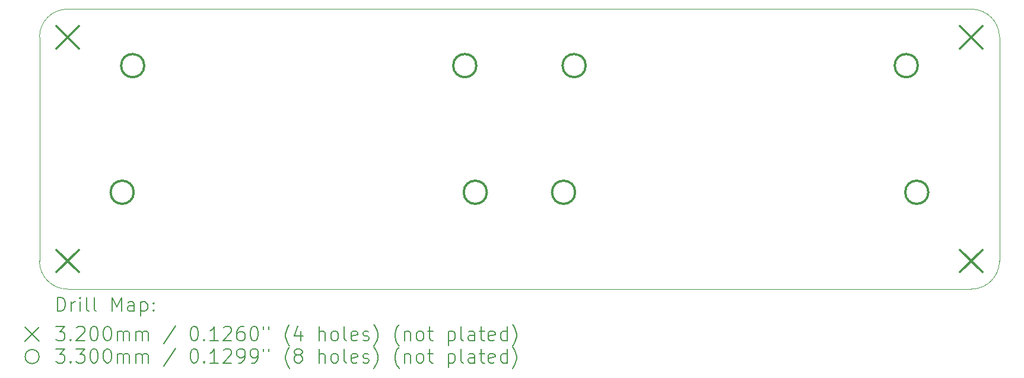
<source format=gbr>
%TF.GenerationSoftware,KiCad,Pcbnew,7.0.8*%
%TF.CreationDate,2024-02-01T01:18:02-07:00*%
%TF.ProjectId,loggerpanel,6c6f6767-6572-4706-916e-656c2e6b6963,v1*%
%TF.SameCoordinates,Original*%
%TF.FileFunction,Drillmap*%
%TF.FilePolarity,Positive*%
%FSLAX45Y45*%
G04 Gerber Fmt 4.5, Leading zero omitted, Abs format (unit mm)*
G04 Created by KiCad (PCBNEW 7.0.8) date 2024-02-01 01:18:02*
%MOMM*%
%LPD*%
G01*
G04 APERTURE LIST*
%ADD10C,0.100000*%
%ADD11C,0.200000*%
%ADD12C,0.320000*%
%ADD13C,0.330000*%
G04 APERTURE END LIST*
D10*
X21000000Y-12600000D02*
G75*
G03*
X21400000Y-12200000I0J400000D01*
G01*
X7700000Y-12200000D02*
G75*
G03*
X8100000Y-12600000I400000J0D01*
G01*
X21400000Y-9000000D02*
X21400000Y-12200000D01*
X21000000Y-12600000D02*
X8100000Y-12600000D01*
X21400000Y-9000000D02*
G75*
G03*
X21000000Y-8600000I-400000J0D01*
G01*
X8100000Y-8600000D02*
G75*
G03*
X7700000Y-9000000I0J-400000D01*
G01*
X7700000Y-12200000D02*
X7700000Y-9000000D01*
X8100000Y-8600000D02*
X21000000Y-8600000D01*
D11*
D12*
X7940000Y-8840000D02*
X8260000Y-9160000D01*
X8260000Y-8840000D02*
X7940000Y-9160000D01*
X7940000Y-12040000D02*
X8260000Y-12360000D01*
X8260000Y-12040000D02*
X7940000Y-12360000D01*
X20840000Y-8840000D02*
X21160000Y-9160000D01*
X21160000Y-8840000D02*
X20840000Y-9160000D01*
X20840000Y-12040000D02*
X21160000Y-12360000D01*
X21160000Y-12040000D02*
X20840000Y-12360000D01*
D13*
X9045000Y-11217000D02*
G75*
G03*
X9045000Y-11217000I-165000J0D01*
G01*
X9195000Y-9407000D02*
G75*
G03*
X9195000Y-9407000I-165000J0D01*
G01*
X13935000Y-9407000D02*
G75*
G03*
X13935000Y-9407000I-165000J0D01*
G01*
X14085000Y-11217000D02*
G75*
G03*
X14085000Y-11217000I-165000J0D01*
G01*
X15345000Y-11217000D02*
G75*
G03*
X15345000Y-11217000I-165000J0D01*
G01*
X15495000Y-9407000D02*
G75*
G03*
X15495000Y-9407000I-165000J0D01*
G01*
X20235000Y-9407000D02*
G75*
G03*
X20235000Y-9407000I-165000J0D01*
G01*
X20385000Y-11217000D02*
G75*
G03*
X20385000Y-11217000I-165000J0D01*
G01*
D11*
X7955777Y-12916484D02*
X7955777Y-12716484D01*
X7955777Y-12716484D02*
X8003396Y-12716484D01*
X8003396Y-12716484D02*
X8031967Y-12726008D01*
X8031967Y-12726008D02*
X8051015Y-12745055D01*
X8051015Y-12745055D02*
X8060539Y-12764103D01*
X8060539Y-12764103D02*
X8070062Y-12802198D01*
X8070062Y-12802198D02*
X8070062Y-12830769D01*
X8070062Y-12830769D02*
X8060539Y-12868865D01*
X8060539Y-12868865D02*
X8051015Y-12887912D01*
X8051015Y-12887912D02*
X8031967Y-12906960D01*
X8031967Y-12906960D02*
X8003396Y-12916484D01*
X8003396Y-12916484D02*
X7955777Y-12916484D01*
X8155777Y-12916484D02*
X8155777Y-12783150D01*
X8155777Y-12821246D02*
X8165301Y-12802198D01*
X8165301Y-12802198D02*
X8174824Y-12792674D01*
X8174824Y-12792674D02*
X8193872Y-12783150D01*
X8193872Y-12783150D02*
X8212920Y-12783150D01*
X8279586Y-12916484D02*
X8279586Y-12783150D01*
X8279586Y-12716484D02*
X8270062Y-12726008D01*
X8270062Y-12726008D02*
X8279586Y-12735531D01*
X8279586Y-12735531D02*
X8289110Y-12726008D01*
X8289110Y-12726008D02*
X8279586Y-12716484D01*
X8279586Y-12716484D02*
X8279586Y-12735531D01*
X8403396Y-12916484D02*
X8384348Y-12906960D01*
X8384348Y-12906960D02*
X8374824Y-12887912D01*
X8374824Y-12887912D02*
X8374824Y-12716484D01*
X8508158Y-12916484D02*
X8489110Y-12906960D01*
X8489110Y-12906960D02*
X8479586Y-12887912D01*
X8479586Y-12887912D02*
X8479586Y-12716484D01*
X8736729Y-12916484D02*
X8736729Y-12716484D01*
X8736729Y-12716484D02*
X8803396Y-12859341D01*
X8803396Y-12859341D02*
X8870063Y-12716484D01*
X8870063Y-12716484D02*
X8870063Y-12916484D01*
X9051015Y-12916484D02*
X9051015Y-12811722D01*
X9051015Y-12811722D02*
X9041491Y-12792674D01*
X9041491Y-12792674D02*
X9022444Y-12783150D01*
X9022444Y-12783150D02*
X8984348Y-12783150D01*
X8984348Y-12783150D02*
X8965301Y-12792674D01*
X9051015Y-12906960D02*
X9031967Y-12916484D01*
X9031967Y-12916484D02*
X8984348Y-12916484D01*
X8984348Y-12916484D02*
X8965301Y-12906960D01*
X8965301Y-12906960D02*
X8955777Y-12887912D01*
X8955777Y-12887912D02*
X8955777Y-12868865D01*
X8955777Y-12868865D02*
X8965301Y-12849817D01*
X8965301Y-12849817D02*
X8984348Y-12840293D01*
X8984348Y-12840293D02*
X9031967Y-12840293D01*
X9031967Y-12840293D02*
X9051015Y-12830769D01*
X9146253Y-12783150D02*
X9146253Y-12983150D01*
X9146253Y-12792674D02*
X9165301Y-12783150D01*
X9165301Y-12783150D02*
X9203396Y-12783150D01*
X9203396Y-12783150D02*
X9222444Y-12792674D01*
X9222444Y-12792674D02*
X9231967Y-12802198D01*
X9231967Y-12802198D02*
X9241491Y-12821246D01*
X9241491Y-12821246D02*
X9241491Y-12878388D01*
X9241491Y-12878388D02*
X9231967Y-12897436D01*
X9231967Y-12897436D02*
X9222444Y-12906960D01*
X9222444Y-12906960D02*
X9203396Y-12916484D01*
X9203396Y-12916484D02*
X9165301Y-12916484D01*
X9165301Y-12916484D02*
X9146253Y-12906960D01*
X9327205Y-12897436D02*
X9336729Y-12906960D01*
X9336729Y-12906960D02*
X9327205Y-12916484D01*
X9327205Y-12916484D02*
X9317682Y-12906960D01*
X9317682Y-12906960D02*
X9327205Y-12897436D01*
X9327205Y-12897436D02*
X9327205Y-12916484D01*
X9327205Y-12792674D02*
X9336729Y-12802198D01*
X9336729Y-12802198D02*
X9327205Y-12811722D01*
X9327205Y-12811722D02*
X9317682Y-12802198D01*
X9317682Y-12802198D02*
X9327205Y-12792674D01*
X9327205Y-12792674D02*
X9327205Y-12811722D01*
X7495000Y-13145000D02*
X7695000Y-13345000D01*
X7695000Y-13145000D02*
X7495000Y-13345000D01*
X7936729Y-13136484D02*
X8060539Y-13136484D01*
X8060539Y-13136484D02*
X7993872Y-13212674D01*
X7993872Y-13212674D02*
X8022443Y-13212674D01*
X8022443Y-13212674D02*
X8041491Y-13222198D01*
X8041491Y-13222198D02*
X8051015Y-13231722D01*
X8051015Y-13231722D02*
X8060539Y-13250769D01*
X8060539Y-13250769D02*
X8060539Y-13298388D01*
X8060539Y-13298388D02*
X8051015Y-13317436D01*
X8051015Y-13317436D02*
X8041491Y-13326960D01*
X8041491Y-13326960D02*
X8022443Y-13336484D01*
X8022443Y-13336484D02*
X7965301Y-13336484D01*
X7965301Y-13336484D02*
X7946253Y-13326960D01*
X7946253Y-13326960D02*
X7936729Y-13317436D01*
X8146253Y-13317436D02*
X8155777Y-13326960D01*
X8155777Y-13326960D02*
X8146253Y-13336484D01*
X8146253Y-13336484D02*
X8136729Y-13326960D01*
X8136729Y-13326960D02*
X8146253Y-13317436D01*
X8146253Y-13317436D02*
X8146253Y-13336484D01*
X8231967Y-13155531D02*
X8241491Y-13146008D01*
X8241491Y-13146008D02*
X8260539Y-13136484D01*
X8260539Y-13136484D02*
X8308158Y-13136484D01*
X8308158Y-13136484D02*
X8327205Y-13146008D01*
X8327205Y-13146008D02*
X8336729Y-13155531D01*
X8336729Y-13155531D02*
X8346253Y-13174579D01*
X8346253Y-13174579D02*
X8346253Y-13193627D01*
X8346253Y-13193627D02*
X8336729Y-13222198D01*
X8336729Y-13222198D02*
X8222443Y-13336484D01*
X8222443Y-13336484D02*
X8346253Y-13336484D01*
X8470063Y-13136484D02*
X8489110Y-13136484D01*
X8489110Y-13136484D02*
X8508158Y-13146008D01*
X8508158Y-13146008D02*
X8517682Y-13155531D01*
X8517682Y-13155531D02*
X8527205Y-13174579D01*
X8527205Y-13174579D02*
X8536729Y-13212674D01*
X8536729Y-13212674D02*
X8536729Y-13260293D01*
X8536729Y-13260293D02*
X8527205Y-13298388D01*
X8527205Y-13298388D02*
X8517682Y-13317436D01*
X8517682Y-13317436D02*
X8508158Y-13326960D01*
X8508158Y-13326960D02*
X8489110Y-13336484D01*
X8489110Y-13336484D02*
X8470063Y-13336484D01*
X8470063Y-13336484D02*
X8451015Y-13326960D01*
X8451015Y-13326960D02*
X8441491Y-13317436D01*
X8441491Y-13317436D02*
X8431967Y-13298388D01*
X8431967Y-13298388D02*
X8422444Y-13260293D01*
X8422444Y-13260293D02*
X8422444Y-13212674D01*
X8422444Y-13212674D02*
X8431967Y-13174579D01*
X8431967Y-13174579D02*
X8441491Y-13155531D01*
X8441491Y-13155531D02*
X8451015Y-13146008D01*
X8451015Y-13146008D02*
X8470063Y-13136484D01*
X8660539Y-13136484D02*
X8679586Y-13136484D01*
X8679586Y-13136484D02*
X8698634Y-13146008D01*
X8698634Y-13146008D02*
X8708158Y-13155531D01*
X8708158Y-13155531D02*
X8717682Y-13174579D01*
X8717682Y-13174579D02*
X8727205Y-13212674D01*
X8727205Y-13212674D02*
X8727205Y-13260293D01*
X8727205Y-13260293D02*
X8717682Y-13298388D01*
X8717682Y-13298388D02*
X8708158Y-13317436D01*
X8708158Y-13317436D02*
X8698634Y-13326960D01*
X8698634Y-13326960D02*
X8679586Y-13336484D01*
X8679586Y-13336484D02*
X8660539Y-13336484D01*
X8660539Y-13336484D02*
X8641491Y-13326960D01*
X8641491Y-13326960D02*
X8631967Y-13317436D01*
X8631967Y-13317436D02*
X8622444Y-13298388D01*
X8622444Y-13298388D02*
X8612920Y-13260293D01*
X8612920Y-13260293D02*
X8612920Y-13212674D01*
X8612920Y-13212674D02*
X8622444Y-13174579D01*
X8622444Y-13174579D02*
X8631967Y-13155531D01*
X8631967Y-13155531D02*
X8641491Y-13146008D01*
X8641491Y-13146008D02*
X8660539Y-13136484D01*
X8812920Y-13336484D02*
X8812920Y-13203150D01*
X8812920Y-13222198D02*
X8822444Y-13212674D01*
X8822444Y-13212674D02*
X8841491Y-13203150D01*
X8841491Y-13203150D02*
X8870063Y-13203150D01*
X8870063Y-13203150D02*
X8889110Y-13212674D01*
X8889110Y-13212674D02*
X8898634Y-13231722D01*
X8898634Y-13231722D02*
X8898634Y-13336484D01*
X8898634Y-13231722D02*
X8908158Y-13212674D01*
X8908158Y-13212674D02*
X8927205Y-13203150D01*
X8927205Y-13203150D02*
X8955777Y-13203150D01*
X8955777Y-13203150D02*
X8974825Y-13212674D01*
X8974825Y-13212674D02*
X8984348Y-13231722D01*
X8984348Y-13231722D02*
X8984348Y-13336484D01*
X9079586Y-13336484D02*
X9079586Y-13203150D01*
X9079586Y-13222198D02*
X9089110Y-13212674D01*
X9089110Y-13212674D02*
X9108158Y-13203150D01*
X9108158Y-13203150D02*
X9136729Y-13203150D01*
X9136729Y-13203150D02*
X9155777Y-13212674D01*
X9155777Y-13212674D02*
X9165301Y-13231722D01*
X9165301Y-13231722D02*
X9165301Y-13336484D01*
X9165301Y-13231722D02*
X9174825Y-13212674D01*
X9174825Y-13212674D02*
X9193872Y-13203150D01*
X9193872Y-13203150D02*
X9222444Y-13203150D01*
X9222444Y-13203150D02*
X9241491Y-13212674D01*
X9241491Y-13212674D02*
X9251015Y-13231722D01*
X9251015Y-13231722D02*
X9251015Y-13336484D01*
X9641491Y-13126960D02*
X9470063Y-13384103D01*
X9898634Y-13136484D02*
X9917682Y-13136484D01*
X9917682Y-13136484D02*
X9936729Y-13146008D01*
X9936729Y-13146008D02*
X9946253Y-13155531D01*
X9946253Y-13155531D02*
X9955777Y-13174579D01*
X9955777Y-13174579D02*
X9965301Y-13212674D01*
X9965301Y-13212674D02*
X9965301Y-13260293D01*
X9965301Y-13260293D02*
X9955777Y-13298388D01*
X9955777Y-13298388D02*
X9946253Y-13317436D01*
X9946253Y-13317436D02*
X9936729Y-13326960D01*
X9936729Y-13326960D02*
X9917682Y-13336484D01*
X9917682Y-13336484D02*
X9898634Y-13336484D01*
X9898634Y-13336484D02*
X9879587Y-13326960D01*
X9879587Y-13326960D02*
X9870063Y-13317436D01*
X9870063Y-13317436D02*
X9860539Y-13298388D01*
X9860539Y-13298388D02*
X9851015Y-13260293D01*
X9851015Y-13260293D02*
X9851015Y-13212674D01*
X9851015Y-13212674D02*
X9860539Y-13174579D01*
X9860539Y-13174579D02*
X9870063Y-13155531D01*
X9870063Y-13155531D02*
X9879587Y-13146008D01*
X9879587Y-13146008D02*
X9898634Y-13136484D01*
X10051015Y-13317436D02*
X10060539Y-13326960D01*
X10060539Y-13326960D02*
X10051015Y-13336484D01*
X10051015Y-13336484D02*
X10041491Y-13326960D01*
X10041491Y-13326960D02*
X10051015Y-13317436D01*
X10051015Y-13317436D02*
X10051015Y-13336484D01*
X10251015Y-13336484D02*
X10136729Y-13336484D01*
X10193872Y-13336484D02*
X10193872Y-13136484D01*
X10193872Y-13136484D02*
X10174825Y-13165055D01*
X10174825Y-13165055D02*
X10155777Y-13184103D01*
X10155777Y-13184103D02*
X10136729Y-13193627D01*
X10327206Y-13155531D02*
X10336729Y-13146008D01*
X10336729Y-13146008D02*
X10355777Y-13136484D01*
X10355777Y-13136484D02*
X10403396Y-13136484D01*
X10403396Y-13136484D02*
X10422444Y-13146008D01*
X10422444Y-13146008D02*
X10431968Y-13155531D01*
X10431968Y-13155531D02*
X10441491Y-13174579D01*
X10441491Y-13174579D02*
X10441491Y-13193627D01*
X10441491Y-13193627D02*
X10431968Y-13222198D01*
X10431968Y-13222198D02*
X10317682Y-13336484D01*
X10317682Y-13336484D02*
X10441491Y-13336484D01*
X10612920Y-13136484D02*
X10574825Y-13136484D01*
X10574825Y-13136484D02*
X10555777Y-13146008D01*
X10555777Y-13146008D02*
X10546253Y-13155531D01*
X10546253Y-13155531D02*
X10527206Y-13184103D01*
X10527206Y-13184103D02*
X10517682Y-13222198D01*
X10517682Y-13222198D02*
X10517682Y-13298388D01*
X10517682Y-13298388D02*
X10527206Y-13317436D01*
X10527206Y-13317436D02*
X10536729Y-13326960D01*
X10536729Y-13326960D02*
X10555777Y-13336484D01*
X10555777Y-13336484D02*
X10593872Y-13336484D01*
X10593872Y-13336484D02*
X10612920Y-13326960D01*
X10612920Y-13326960D02*
X10622444Y-13317436D01*
X10622444Y-13317436D02*
X10631968Y-13298388D01*
X10631968Y-13298388D02*
X10631968Y-13250769D01*
X10631968Y-13250769D02*
X10622444Y-13231722D01*
X10622444Y-13231722D02*
X10612920Y-13222198D01*
X10612920Y-13222198D02*
X10593872Y-13212674D01*
X10593872Y-13212674D02*
X10555777Y-13212674D01*
X10555777Y-13212674D02*
X10536729Y-13222198D01*
X10536729Y-13222198D02*
X10527206Y-13231722D01*
X10527206Y-13231722D02*
X10517682Y-13250769D01*
X10755777Y-13136484D02*
X10774825Y-13136484D01*
X10774825Y-13136484D02*
X10793872Y-13146008D01*
X10793872Y-13146008D02*
X10803396Y-13155531D01*
X10803396Y-13155531D02*
X10812920Y-13174579D01*
X10812920Y-13174579D02*
X10822444Y-13212674D01*
X10822444Y-13212674D02*
X10822444Y-13260293D01*
X10822444Y-13260293D02*
X10812920Y-13298388D01*
X10812920Y-13298388D02*
X10803396Y-13317436D01*
X10803396Y-13317436D02*
X10793872Y-13326960D01*
X10793872Y-13326960D02*
X10774825Y-13336484D01*
X10774825Y-13336484D02*
X10755777Y-13336484D01*
X10755777Y-13336484D02*
X10736729Y-13326960D01*
X10736729Y-13326960D02*
X10727206Y-13317436D01*
X10727206Y-13317436D02*
X10717682Y-13298388D01*
X10717682Y-13298388D02*
X10708158Y-13260293D01*
X10708158Y-13260293D02*
X10708158Y-13212674D01*
X10708158Y-13212674D02*
X10717682Y-13174579D01*
X10717682Y-13174579D02*
X10727206Y-13155531D01*
X10727206Y-13155531D02*
X10736729Y-13146008D01*
X10736729Y-13146008D02*
X10755777Y-13136484D01*
X10898634Y-13136484D02*
X10898634Y-13174579D01*
X10974825Y-13136484D02*
X10974825Y-13174579D01*
X11270063Y-13412674D02*
X11260539Y-13403150D01*
X11260539Y-13403150D02*
X11241491Y-13374579D01*
X11241491Y-13374579D02*
X11231968Y-13355531D01*
X11231968Y-13355531D02*
X11222444Y-13326960D01*
X11222444Y-13326960D02*
X11212920Y-13279341D01*
X11212920Y-13279341D02*
X11212920Y-13241246D01*
X11212920Y-13241246D02*
X11222444Y-13193627D01*
X11222444Y-13193627D02*
X11231968Y-13165055D01*
X11231968Y-13165055D02*
X11241491Y-13146008D01*
X11241491Y-13146008D02*
X11260539Y-13117436D01*
X11260539Y-13117436D02*
X11270063Y-13107912D01*
X11431968Y-13203150D02*
X11431968Y-13336484D01*
X11384348Y-13126960D02*
X11336729Y-13269817D01*
X11336729Y-13269817D02*
X11460539Y-13269817D01*
X11689110Y-13336484D02*
X11689110Y-13136484D01*
X11774825Y-13336484D02*
X11774825Y-13231722D01*
X11774825Y-13231722D02*
X11765301Y-13212674D01*
X11765301Y-13212674D02*
X11746253Y-13203150D01*
X11746253Y-13203150D02*
X11717682Y-13203150D01*
X11717682Y-13203150D02*
X11698634Y-13212674D01*
X11698634Y-13212674D02*
X11689110Y-13222198D01*
X11898634Y-13336484D02*
X11879587Y-13326960D01*
X11879587Y-13326960D02*
X11870063Y-13317436D01*
X11870063Y-13317436D02*
X11860539Y-13298388D01*
X11860539Y-13298388D02*
X11860539Y-13241246D01*
X11860539Y-13241246D02*
X11870063Y-13222198D01*
X11870063Y-13222198D02*
X11879587Y-13212674D01*
X11879587Y-13212674D02*
X11898634Y-13203150D01*
X11898634Y-13203150D02*
X11927206Y-13203150D01*
X11927206Y-13203150D02*
X11946253Y-13212674D01*
X11946253Y-13212674D02*
X11955777Y-13222198D01*
X11955777Y-13222198D02*
X11965301Y-13241246D01*
X11965301Y-13241246D02*
X11965301Y-13298388D01*
X11965301Y-13298388D02*
X11955777Y-13317436D01*
X11955777Y-13317436D02*
X11946253Y-13326960D01*
X11946253Y-13326960D02*
X11927206Y-13336484D01*
X11927206Y-13336484D02*
X11898634Y-13336484D01*
X12079587Y-13336484D02*
X12060539Y-13326960D01*
X12060539Y-13326960D02*
X12051015Y-13307912D01*
X12051015Y-13307912D02*
X12051015Y-13136484D01*
X12231968Y-13326960D02*
X12212920Y-13336484D01*
X12212920Y-13336484D02*
X12174825Y-13336484D01*
X12174825Y-13336484D02*
X12155777Y-13326960D01*
X12155777Y-13326960D02*
X12146253Y-13307912D01*
X12146253Y-13307912D02*
X12146253Y-13231722D01*
X12146253Y-13231722D02*
X12155777Y-13212674D01*
X12155777Y-13212674D02*
X12174825Y-13203150D01*
X12174825Y-13203150D02*
X12212920Y-13203150D01*
X12212920Y-13203150D02*
X12231968Y-13212674D01*
X12231968Y-13212674D02*
X12241491Y-13231722D01*
X12241491Y-13231722D02*
X12241491Y-13250769D01*
X12241491Y-13250769D02*
X12146253Y-13269817D01*
X12317682Y-13326960D02*
X12336730Y-13336484D01*
X12336730Y-13336484D02*
X12374825Y-13336484D01*
X12374825Y-13336484D02*
X12393872Y-13326960D01*
X12393872Y-13326960D02*
X12403396Y-13307912D01*
X12403396Y-13307912D02*
X12403396Y-13298388D01*
X12403396Y-13298388D02*
X12393872Y-13279341D01*
X12393872Y-13279341D02*
X12374825Y-13269817D01*
X12374825Y-13269817D02*
X12346253Y-13269817D01*
X12346253Y-13269817D02*
X12327206Y-13260293D01*
X12327206Y-13260293D02*
X12317682Y-13241246D01*
X12317682Y-13241246D02*
X12317682Y-13231722D01*
X12317682Y-13231722D02*
X12327206Y-13212674D01*
X12327206Y-13212674D02*
X12346253Y-13203150D01*
X12346253Y-13203150D02*
X12374825Y-13203150D01*
X12374825Y-13203150D02*
X12393872Y-13212674D01*
X12470063Y-13412674D02*
X12479587Y-13403150D01*
X12479587Y-13403150D02*
X12498634Y-13374579D01*
X12498634Y-13374579D02*
X12508158Y-13355531D01*
X12508158Y-13355531D02*
X12517682Y-13326960D01*
X12517682Y-13326960D02*
X12527206Y-13279341D01*
X12527206Y-13279341D02*
X12527206Y-13241246D01*
X12527206Y-13241246D02*
X12517682Y-13193627D01*
X12517682Y-13193627D02*
X12508158Y-13165055D01*
X12508158Y-13165055D02*
X12498634Y-13146008D01*
X12498634Y-13146008D02*
X12479587Y-13117436D01*
X12479587Y-13117436D02*
X12470063Y-13107912D01*
X12831968Y-13412674D02*
X12822444Y-13403150D01*
X12822444Y-13403150D02*
X12803396Y-13374579D01*
X12803396Y-13374579D02*
X12793872Y-13355531D01*
X12793872Y-13355531D02*
X12784349Y-13326960D01*
X12784349Y-13326960D02*
X12774825Y-13279341D01*
X12774825Y-13279341D02*
X12774825Y-13241246D01*
X12774825Y-13241246D02*
X12784349Y-13193627D01*
X12784349Y-13193627D02*
X12793872Y-13165055D01*
X12793872Y-13165055D02*
X12803396Y-13146008D01*
X12803396Y-13146008D02*
X12822444Y-13117436D01*
X12822444Y-13117436D02*
X12831968Y-13107912D01*
X12908158Y-13203150D02*
X12908158Y-13336484D01*
X12908158Y-13222198D02*
X12917682Y-13212674D01*
X12917682Y-13212674D02*
X12936730Y-13203150D01*
X12936730Y-13203150D02*
X12965301Y-13203150D01*
X12965301Y-13203150D02*
X12984349Y-13212674D01*
X12984349Y-13212674D02*
X12993872Y-13231722D01*
X12993872Y-13231722D02*
X12993872Y-13336484D01*
X13117682Y-13336484D02*
X13098634Y-13326960D01*
X13098634Y-13326960D02*
X13089111Y-13317436D01*
X13089111Y-13317436D02*
X13079587Y-13298388D01*
X13079587Y-13298388D02*
X13079587Y-13241246D01*
X13079587Y-13241246D02*
X13089111Y-13222198D01*
X13089111Y-13222198D02*
X13098634Y-13212674D01*
X13098634Y-13212674D02*
X13117682Y-13203150D01*
X13117682Y-13203150D02*
X13146253Y-13203150D01*
X13146253Y-13203150D02*
X13165301Y-13212674D01*
X13165301Y-13212674D02*
X13174825Y-13222198D01*
X13174825Y-13222198D02*
X13184349Y-13241246D01*
X13184349Y-13241246D02*
X13184349Y-13298388D01*
X13184349Y-13298388D02*
X13174825Y-13317436D01*
X13174825Y-13317436D02*
X13165301Y-13326960D01*
X13165301Y-13326960D02*
X13146253Y-13336484D01*
X13146253Y-13336484D02*
X13117682Y-13336484D01*
X13241492Y-13203150D02*
X13317682Y-13203150D01*
X13270063Y-13136484D02*
X13270063Y-13307912D01*
X13270063Y-13307912D02*
X13279587Y-13326960D01*
X13279587Y-13326960D02*
X13298634Y-13336484D01*
X13298634Y-13336484D02*
X13317682Y-13336484D01*
X13536730Y-13203150D02*
X13536730Y-13403150D01*
X13536730Y-13212674D02*
X13555777Y-13203150D01*
X13555777Y-13203150D02*
X13593873Y-13203150D01*
X13593873Y-13203150D02*
X13612920Y-13212674D01*
X13612920Y-13212674D02*
X13622444Y-13222198D01*
X13622444Y-13222198D02*
X13631968Y-13241246D01*
X13631968Y-13241246D02*
X13631968Y-13298388D01*
X13631968Y-13298388D02*
X13622444Y-13317436D01*
X13622444Y-13317436D02*
X13612920Y-13326960D01*
X13612920Y-13326960D02*
X13593873Y-13336484D01*
X13593873Y-13336484D02*
X13555777Y-13336484D01*
X13555777Y-13336484D02*
X13536730Y-13326960D01*
X13746253Y-13336484D02*
X13727206Y-13326960D01*
X13727206Y-13326960D02*
X13717682Y-13307912D01*
X13717682Y-13307912D02*
X13717682Y-13136484D01*
X13908158Y-13336484D02*
X13908158Y-13231722D01*
X13908158Y-13231722D02*
X13898634Y-13212674D01*
X13898634Y-13212674D02*
X13879587Y-13203150D01*
X13879587Y-13203150D02*
X13841492Y-13203150D01*
X13841492Y-13203150D02*
X13822444Y-13212674D01*
X13908158Y-13326960D02*
X13889111Y-13336484D01*
X13889111Y-13336484D02*
X13841492Y-13336484D01*
X13841492Y-13336484D02*
X13822444Y-13326960D01*
X13822444Y-13326960D02*
X13812920Y-13307912D01*
X13812920Y-13307912D02*
X13812920Y-13288865D01*
X13812920Y-13288865D02*
X13822444Y-13269817D01*
X13822444Y-13269817D02*
X13841492Y-13260293D01*
X13841492Y-13260293D02*
X13889111Y-13260293D01*
X13889111Y-13260293D02*
X13908158Y-13250769D01*
X13974825Y-13203150D02*
X14051015Y-13203150D01*
X14003396Y-13136484D02*
X14003396Y-13307912D01*
X14003396Y-13307912D02*
X14012920Y-13326960D01*
X14012920Y-13326960D02*
X14031968Y-13336484D01*
X14031968Y-13336484D02*
X14051015Y-13336484D01*
X14193873Y-13326960D02*
X14174825Y-13336484D01*
X14174825Y-13336484D02*
X14136730Y-13336484D01*
X14136730Y-13336484D02*
X14117682Y-13326960D01*
X14117682Y-13326960D02*
X14108158Y-13307912D01*
X14108158Y-13307912D02*
X14108158Y-13231722D01*
X14108158Y-13231722D02*
X14117682Y-13212674D01*
X14117682Y-13212674D02*
X14136730Y-13203150D01*
X14136730Y-13203150D02*
X14174825Y-13203150D01*
X14174825Y-13203150D02*
X14193873Y-13212674D01*
X14193873Y-13212674D02*
X14203396Y-13231722D01*
X14203396Y-13231722D02*
X14203396Y-13250769D01*
X14203396Y-13250769D02*
X14108158Y-13269817D01*
X14374825Y-13336484D02*
X14374825Y-13136484D01*
X14374825Y-13326960D02*
X14355777Y-13336484D01*
X14355777Y-13336484D02*
X14317682Y-13336484D01*
X14317682Y-13336484D02*
X14298634Y-13326960D01*
X14298634Y-13326960D02*
X14289111Y-13317436D01*
X14289111Y-13317436D02*
X14279587Y-13298388D01*
X14279587Y-13298388D02*
X14279587Y-13241246D01*
X14279587Y-13241246D02*
X14289111Y-13222198D01*
X14289111Y-13222198D02*
X14298634Y-13212674D01*
X14298634Y-13212674D02*
X14317682Y-13203150D01*
X14317682Y-13203150D02*
X14355777Y-13203150D01*
X14355777Y-13203150D02*
X14374825Y-13212674D01*
X14451015Y-13412674D02*
X14460539Y-13403150D01*
X14460539Y-13403150D02*
X14479587Y-13374579D01*
X14479587Y-13374579D02*
X14489111Y-13355531D01*
X14489111Y-13355531D02*
X14498634Y-13326960D01*
X14498634Y-13326960D02*
X14508158Y-13279341D01*
X14508158Y-13279341D02*
X14508158Y-13241246D01*
X14508158Y-13241246D02*
X14498634Y-13193627D01*
X14498634Y-13193627D02*
X14489111Y-13165055D01*
X14489111Y-13165055D02*
X14479587Y-13146008D01*
X14479587Y-13146008D02*
X14460539Y-13117436D01*
X14460539Y-13117436D02*
X14451015Y-13107912D01*
X7695000Y-13565000D02*
G75*
G03*
X7695000Y-13565000I-100000J0D01*
G01*
X7936729Y-13456484D02*
X8060539Y-13456484D01*
X8060539Y-13456484D02*
X7993872Y-13532674D01*
X7993872Y-13532674D02*
X8022443Y-13532674D01*
X8022443Y-13532674D02*
X8041491Y-13542198D01*
X8041491Y-13542198D02*
X8051015Y-13551722D01*
X8051015Y-13551722D02*
X8060539Y-13570769D01*
X8060539Y-13570769D02*
X8060539Y-13618388D01*
X8060539Y-13618388D02*
X8051015Y-13637436D01*
X8051015Y-13637436D02*
X8041491Y-13646960D01*
X8041491Y-13646960D02*
X8022443Y-13656484D01*
X8022443Y-13656484D02*
X7965301Y-13656484D01*
X7965301Y-13656484D02*
X7946253Y-13646960D01*
X7946253Y-13646960D02*
X7936729Y-13637436D01*
X8146253Y-13637436D02*
X8155777Y-13646960D01*
X8155777Y-13646960D02*
X8146253Y-13656484D01*
X8146253Y-13656484D02*
X8136729Y-13646960D01*
X8136729Y-13646960D02*
X8146253Y-13637436D01*
X8146253Y-13637436D02*
X8146253Y-13656484D01*
X8222443Y-13456484D02*
X8346253Y-13456484D01*
X8346253Y-13456484D02*
X8279586Y-13532674D01*
X8279586Y-13532674D02*
X8308158Y-13532674D01*
X8308158Y-13532674D02*
X8327205Y-13542198D01*
X8327205Y-13542198D02*
X8336729Y-13551722D01*
X8336729Y-13551722D02*
X8346253Y-13570769D01*
X8346253Y-13570769D02*
X8346253Y-13618388D01*
X8346253Y-13618388D02*
X8336729Y-13637436D01*
X8336729Y-13637436D02*
X8327205Y-13646960D01*
X8327205Y-13646960D02*
X8308158Y-13656484D01*
X8308158Y-13656484D02*
X8251015Y-13656484D01*
X8251015Y-13656484D02*
X8231967Y-13646960D01*
X8231967Y-13646960D02*
X8222443Y-13637436D01*
X8470063Y-13456484D02*
X8489110Y-13456484D01*
X8489110Y-13456484D02*
X8508158Y-13466008D01*
X8508158Y-13466008D02*
X8517682Y-13475531D01*
X8517682Y-13475531D02*
X8527205Y-13494579D01*
X8527205Y-13494579D02*
X8536729Y-13532674D01*
X8536729Y-13532674D02*
X8536729Y-13580293D01*
X8536729Y-13580293D02*
X8527205Y-13618388D01*
X8527205Y-13618388D02*
X8517682Y-13637436D01*
X8517682Y-13637436D02*
X8508158Y-13646960D01*
X8508158Y-13646960D02*
X8489110Y-13656484D01*
X8489110Y-13656484D02*
X8470063Y-13656484D01*
X8470063Y-13656484D02*
X8451015Y-13646960D01*
X8451015Y-13646960D02*
X8441491Y-13637436D01*
X8441491Y-13637436D02*
X8431967Y-13618388D01*
X8431967Y-13618388D02*
X8422444Y-13580293D01*
X8422444Y-13580293D02*
X8422444Y-13532674D01*
X8422444Y-13532674D02*
X8431967Y-13494579D01*
X8431967Y-13494579D02*
X8441491Y-13475531D01*
X8441491Y-13475531D02*
X8451015Y-13466008D01*
X8451015Y-13466008D02*
X8470063Y-13456484D01*
X8660539Y-13456484D02*
X8679586Y-13456484D01*
X8679586Y-13456484D02*
X8698634Y-13466008D01*
X8698634Y-13466008D02*
X8708158Y-13475531D01*
X8708158Y-13475531D02*
X8717682Y-13494579D01*
X8717682Y-13494579D02*
X8727205Y-13532674D01*
X8727205Y-13532674D02*
X8727205Y-13580293D01*
X8727205Y-13580293D02*
X8717682Y-13618388D01*
X8717682Y-13618388D02*
X8708158Y-13637436D01*
X8708158Y-13637436D02*
X8698634Y-13646960D01*
X8698634Y-13646960D02*
X8679586Y-13656484D01*
X8679586Y-13656484D02*
X8660539Y-13656484D01*
X8660539Y-13656484D02*
X8641491Y-13646960D01*
X8641491Y-13646960D02*
X8631967Y-13637436D01*
X8631967Y-13637436D02*
X8622444Y-13618388D01*
X8622444Y-13618388D02*
X8612920Y-13580293D01*
X8612920Y-13580293D02*
X8612920Y-13532674D01*
X8612920Y-13532674D02*
X8622444Y-13494579D01*
X8622444Y-13494579D02*
X8631967Y-13475531D01*
X8631967Y-13475531D02*
X8641491Y-13466008D01*
X8641491Y-13466008D02*
X8660539Y-13456484D01*
X8812920Y-13656484D02*
X8812920Y-13523150D01*
X8812920Y-13542198D02*
X8822444Y-13532674D01*
X8822444Y-13532674D02*
X8841491Y-13523150D01*
X8841491Y-13523150D02*
X8870063Y-13523150D01*
X8870063Y-13523150D02*
X8889110Y-13532674D01*
X8889110Y-13532674D02*
X8898634Y-13551722D01*
X8898634Y-13551722D02*
X8898634Y-13656484D01*
X8898634Y-13551722D02*
X8908158Y-13532674D01*
X8908158Y-13532674D02*
X8927205Y-13523150D01*
X8927205Y-13523150D02*
X8955777Y-13523150D01*
X8955777Y-13523150D02*
X8974825Y-13532674D01*
X8974825Y-13532674D02*
X8984348Y-13551722D01*
X8984348Y-13551722D02*
X8984348Y-13656484D01*
X9079586Y-13656484D02*
X9079586Y-13523150D01*
X9079586Y-13542198D02*
X9089110Y-13532674D01*
X9089110Y-13532674D02*
X9108158Y-13523150D01*
X9108158Y-13523150D02*
X9136729Y-13523150D01*
X9136729Y-13523150D02*
X9155777Y-13532674D01*
X9155777Y-13532674D02*
X9165301Y-13551722D01*
X9165301Y-13551722D02*
X9165301Y-13656484D01*
X9165301Y-13551722D02*
X9174825Y-13532674D01*
X9174825Y-13532674D02*
X9193872Y-13523150D01*
X9193872Y-13523150D02*
X9222444Y-13523150D01*
X9222444Y-13523150D02*
X9241491Y-13532674D01*
X9241491Y-13532674D02*
X9251015Y-13551722D01*
X9251015Y-13551722D02*
X9251015Y-13656484D01*
X9641491Y-13446960D02*
X9470063Y-13704103D01*
X9898634Y-13456484D02*
X9917682Y-13456484D01*
X9917682Y-13456484D02*
X9936729Y-13466008D01*
X9936729Y-13466008D02*
X9946253Y-13475531D01*
X9946253Y-13475531D02*
X9955777Y-13494579D01*
X9955777Y-13494579D02*
X9965301Y-13532674D01*
X9965301Y-13532674D02*
X9965301Y-13580293D01*
X9965301Y-13580293D02*
X9955777Y-13618388D01*
X9955777Y-13618388D02*
X9946253Y-13637436D01*
X9946253Y-13637436D02*
X9936729Y-13646960D01*
X9936729Y-13646960D02*
X9917682Y-13656484D01*
X9917682Y-13656484D02*
X9898634Y-13656484D01*
X9898634Y-13656484D02*
X9879587Y-13646960D01*
X9879587Y-13646960D02*
X9870063Y-13637436D01*
X9870063Y-13637436D02*
X9860539Y-13618388D01*
X9860539Y-13618388D02*
X9851015Y-13580293D01*
X9851015Y-13580293D02*
X9851015Y-13532674D01*
X9851015Y-13532674D02*
X9860539Y-13494579D01*
X9860539Y-13494579D02*
X9870063Y-13475531D01*
X9870063Y-13475531D02*
X9879587Y-13466008D01*
X9879587Y-13466008D02*
X9898634Y-13456484D01*
X10051015Y-13637436D02*
X10060539Y-13646960D01*
X10060539Y-13646960D02*
X10051015Y-13656484D01*
X10051015Y-13656484D02*
X10041491Y-13646960D01*
X10041491Y-13646960D02*
X10051015Y-13637436D01*
X10051015Y-13637436D02*
X10051015Y-13656484D01*
X10251015Y-13656484D02*
X10136729Y-13656484D01*
X10193872Y-13656484D02*
X10193872Y-13456484D01*
X10193872Y-13456484D02*
X10174825Y-13485055D01*
X10174825Y-13485055D02*
X10155777Y-13504103D01*
X10155777Y-13504103D02*
X10136729Y-13513627D01*
X10327206Y-13475531D02*
X10336729Y-13466008D01*
X10336729Y-13466008D02*
X10355777Y-13456484D01*
X10355777Y-13456484D02*
X10403396Y-13456484D01*
X10403396Y-13456484D02*
X10422444Y-13466008D01*
X10422444Y-13466008D02*
X10431968Y-13475531D01*
X10431968Y-13475531D02*
X10441491Y-13494579D01*
X10441491Y-13494579D02*
X10441491Y-13513627D01*
X10441491Y-13513627D02*
X10431968Y-13542198D01*
X10431968Y-13542198D02*
X10317682Y-13656484D01*
X10317682Y-13656484D02*
X10441491Y-13656484D01*
X10536729Y-13656484D02*
X10574825Y-13656484D01*
X10574825Y-13656484D02*
X10593872Y-13646960D01*
X10593872Y-13646960D02*
X10603396Y-13637436D01*
X10603396Y-13637436D02*
X10622444Y-13608865D01*
X10622444Y-13608865D02*
X10631968Y-13570769D01*
X10631968Y-13570769D02*
X10631968Y-13494579D01*
X10631968Y-13494579D02*
X10622444Y-13475531D01*
X10622444Y-13475531D02*
X10612920Y-13466008D01*
X10612920Y-13466008D02*
X10593872Y-13456484D01*
X10593872Y-13456484D02*
X10555777Y-13456484D01*
X10555777Y-13456484D02*
X10536729Y-13466008D01*
X10536729Y-13466008D02*
X10527206Y-13475531D01*
X10527206Y-13475531D02*
X10517682Y-13494579D01*
X10517682Y-13494579D02*
X10517682Y-13542198D01*
X10517682Y-13542198D02*
X10527206Y-13561246D01*
X10527206Y-13561246D02*
X10536729Y-13570769D01*
X10536729Y-13570769D02*
X10555777Y-13580293D01*
X10555777Y-13580293D02*
X10593872Y-13580293D01*
X10593872Y-13580293D02*
X10612920Y-13570769D01*
X10612920Y-13570769D02*
X10622444Y-13561246D01*
X10622444Y-13561246D02*
X10631968Y-13542198D01*
X10727206Y-13656484D02*
X10765301Y-13656484D01*
X10765301Y-13656484D02*
X10784349Y-13646960D01*
X10784349Y-13646960D02*
X10793872Y-13637436D01*
X10793872Y-13637436D02*
X10812920Y-13608865D01*
X10812920Y-13608865D02*
X10822444Y-13570769D01*
X10822444Y-13570769D02*
X10822444Y-13494579D01*
X10822444Y-13494579D02*
X10812920Y-13475531D01*
X10812920Y-13475531D02*
X10803396Y-13466008D01*
X10803396Y-13466008D02*
X10784349Y-13456484D01*
X10784349Y-13456484D02*
X10746253Y-13456484D01*
X10746253Y-13456484D02*
X10727206Y-13466008D01*
X10727206Y-13466008D02*
X10717682Y-13475531D01*
X10717682Y-13475531D02*
X10708158Y-13494579D01*
X10708158Y-13494579D02*
X10708158Y-13542198D01*
X10708158Y-13542198D02*
X10717682Y-13561246D01*
X10717682Y-13561246D02*
X10727206Y-13570769D01*
X10727206Y-13570769D02*
X10746253Y-13580293D01*
X10746253Y-13580293D02*
X10784349Y-13580293D01*
X10784349Y-13580293D02*
X10803396Y-13570769D01*
X10803396Y-13570769D02*
X10812920Y-13561246D01*
X10812920Y-13561246D02*
X10822444Y-13542198D01*
X10898634Y-13456484D02*
X10898634Y-13494579D01*
X10974825Y-13456484D02*
X10974825Y-13494579D01*
X11270063Y-13732674D02*
X11260539Y-13723150D01*
X11260539Y-13723150D02*
X11241491Y-13694579D01*
X11241491Y-13694579D02*
X11231968Y-13675531D01*
X11231968Y-13675531D02*
X11222444Y-13646960D01*
X11222444Y-13646960D02*
X11212920Y-13599341D01*
X11212920Y-13599341D02*
X11212920Y-13561246D01*
X11212920Y-13561246D02*
X11222444Y-13513627D01*
X11222444Y-13513627D02*
X11231968Y-13485055D01*
X11231968Y-13485055D02*
X11241491Y-13466008D01*
X11241491Y-13466008D02*
X11260539Y-13437436D01*
X11260539Y-13437436D02*
X11270063Y-13427912D01*
X11374825Y-13542198D02*
X11355777Y-13532674D01*
X11355777Y-13532674D02*
X11346253Y-13523150D01*
X11346253Y-13523150D02*
X11336729Y-13504103D01*
X11336729Y-13504103D02*
X11336729Y-13494579D01*
X11336729Y-13494579D02*
X11346253Y-13475531D01*
X11346253Y-13475531D02*
X11355777Y-13466008D01*
X11355777Y-13466008D02*
X11374825Y-13456484D01*
X11374825Y-13456484D02*
X11412920Y-13456484D01*
X11412920Y-13456484D02*
X11431968Y-13466008D01*
X11431968Y-13466008D02*
X11441491Y-13475531D01*
X11441491Y-13475531D02*
X11451015Y-13494579D01*
X11451015Y-13494579D02*
X11451015Y-13504103D01*
X11451015Y-13504103D02*
X11441491Y-13523150D01*
X11441491Y-13523150D02*
X11431968Y-13532674D01*
X11431968Y-13532674D02*
X11412920Y-13542198D01*
X11412920Y-13542198D02*
X11374825Y-13542198D01*
X11374825Y-13542198D02*
X11355777Y-13551722D01*
X11355777Y-13551722D02*
X11346253Y-13561246D01*
X11346253Y-13561246D02*
X11336729Y-13580293D01*
X11336729Y-13580293D02*
X11336729Y-13618388D01*
X11336729Y-13618388D02*
X11346253Y-13637436D01*
X11346253Y-13637436D02*
X11355777Y-13646960D01*
X11355777Y-13646960D02*
X11374825Y-13656484D01*
X11374825Y-13656484D02*
X11412920Y-13656484D01*
X11412920Y-13656484D02*
X11431968Y-13646960D01*
X11431968Y-13646960D02*
X11441491Y-13637436D01*
X11441491Y-13637436D02*
X11451015Y-13618388D01*
X11451015Y-13618388D02*
X11451015Y-13580293D01*
X11451015Y-13580293D02*
X11441491Y-13561246D01*
X11441491Y-13561246D02*
X11431968Y-13551722D01*
X11431968Y-13551722D02*
X11412920Y-13542198D01*
X11689110Y-13656484D02*
X11689110Y-13456484D01*
X11774825Y-13656484D02*
X11774825Y-13551722D01*
X11774825Y-13551722D02*
X11765301Y-13532674D01*
X11765301Y-13532674D02*
X11746253Y-13523150D01*
X11746253Y-13523150D02*
X11717682Y-13523150D01*
X11717682Y-13523150D02*
X11698634Y-13532674D01*
X11698634Y-13532674D02*
X11689110Y-13542198D01*
X11898634Y-13656484D02*
X11879587Y-13646960D01*
X11879587Y-13646960D02*
X11870063Y-13637436D01*
X11870063Y-13637436D02*
X11860539Y-13618388D01*
X11860539Y-13618388D02*
X11860539Y-13561246D01*
X11860539Y-13561246D02*
X11870063Y-13542198D01*
X11870063Y-13542198D02*
X11879587Y-13532674D01*
X11879587Y-13532674D02*
X11898634Y-13523150D01*
X11898634Y-13523150D02*
X11927206Y-13523150D01*
X11927206Y-13523150D02*
X11946253Y-13532674D01*
X11946253Y-13532674D02*
X11955777Y-13542198D01*
X11955777Y-13542198D02*
X11965301Y-13561246D01*
X11965301Y-13561246D02*
X11965301Y-13618388D01*
X11965301Y-13618388D02*
X11955777Y-13637436D01*
X11955777Y-13637436D02*
X11946253Y-13646960D01*
X11946253Y-13646960D02*
X11927206Y-13656484D01*
X11927206Y-13656484D02*
X11898634Y-13656484D01*
X12079587Y-13656484D02*
X12060539Y-13646960D01*
X12060539Y-13646960D02*
X12051015Y-13627912D01*
X12051015Y-13627912D02*
X12051015Y-13456484D01*
X12231968Y-13646960D02*
X12212920Y-13656484D01*
X12212920Y-13656484D02*
X12174825Y-13656484D01*
X12174825Y-13656484D02*
X12155777Y-13646960D01*
X12155777Y-13646960D02*
X12146253Y-13627912D01*
X12146253Y-13627912D02*
X12146253Y-13551722D01*
X12146253Y-13551722D02*
X12155777Y-13532674D01*
X12155777Y-13532674D02*
X12174825Y-13523150D01*
X12174825Y-13523150D02*
X12212920Y-13523150D01*
X12212920Y-13523150D02*
X12231968Y-13532674D01*
X12231968Y-13532674D02*
X12241491Y-13551722D01*
X12241491Y-13551722D02*
X12241491Y-13570769D01*
X12241491Y-13570769D02*
X12146253Y-13589817D01*
X12317682Y-13646960D02*
X12336730Y-13656484D01*
X12336730Y-13656484D02*
X12374825Y-13656484D01*
X12374825Y-13656484D02*
X12393872Y-13646960D01*
X12393872Y-13646960D02*
X12403396Y-13627912D01*
X12403396Y-13627912D02*
X12403396Y-13618388D01*
X12403396Y-13618388D02*
X12393872Y-13599341D01*
X12393872Y-13599341D02*
X12374825Y-13589817D01*
X12374825Y-13589817D02*
X12346253Y-13589817D01*
X12346253Y-13589817D02*
X12327206Y-13580293D01*
X12327206Y-13580293D02*
X12317682Y-13561246D01*
X12317682Y-13561246D02*
X12317682Y-13551722D01*
X12317682Y-13551722D02*
X12327206Y-13532674D01*
X12327206Y-13532674D02*
X12346253Y-13523150D01*
X12346253Y-13523150D02*
X12374825Y-13523150D01*
X12374825Y-13523150D02*
X12393872Y-13532674D01*
X12470063Y-13732674D02*
X12479587Y-13723150D01*
X12479587Y-13723150D02*
X12498634Y-13694579D01*
X12498634Y-13694579D02*
X12508158Y-13675531D01*
X12508158Y-13675531D02*
X12517682Y-13646960D01*
X12517682Y-13646960D02*
X12527206Y-13599341D01*
X12527206Y-13599341D02*
X12527206Y-13561246D01*
X12527206Y-13561246D02*
X12517682Y-13513627D01*
X12517682Y-13513627D02*
X12508158Y-13485055D01*
X12508158Y-13485055D02*
X12498634Y-13466008D01*
X12498634Y-13466008D02*
X12479587Y-13437436D01*
X12479587Y-13437436D02*
X12470063Y-13427912D01*
X12831968Y-13732674D02*
X12822444Y-13723150D01*
X12822444Y-13723150D02*
X12803396Y-13694579D01*
X12803396Y-13694579D02*
X12793872Y-13675531D01*
X12793872Y-13675531D02*
X12784349Y-13646960D01*
X12784349Y-13646960D02*
X12774825Y-13599341D01*
X12774825Y-13599341D02*
X12774825Y-13561246D01*
X12774825Y-13561246D02*
X12784349Y-13513627D01*
X12784349Y-13513627D02*
X12793872Y-13485055D01*
X12793872Y-13485055D02*
X12803396Y-13466008D01*
X12803396Y-13466008D02*
X12822444Y-13437436D01*
X12822444Y-13437436D02*
X12831968Y-13427912D01*
X12908158Y-13523150D02*
X12908158Y-13656484D01*
X12908158Y-13542198D02*
X12917682Y-13532674D01*
X12917682Y-13532674D02*
X12936730Y-13523150D01*
X12936730Y-13523150D02*
X12965301Y-13523150D01*
X12965301Y-13523150D02*
X12984349Y-13532674D01*
X12984349Y-13532674D02*
X12993872Y-13551722D01*
X12993872Y-13551722D02*
X12993872Y-13656484D01*
X13117682Y-13656484D02*
X13098634Y-13646960D01*
X13098634Y-13646960D02*
X13089111Y-13637436D01*
X13089111Y-13637436D02*
X13079587Y-13618388D01*
X13079587Y-13618388D02*
X13079587Y-13561246D01*
X13079587Y-13561246D02*
X13089111Y-13542198D01*
X13089111Y-13542198D02*
X13098634Y-13532674D01*
X13098634Y-13532674D02*
X13117682Y-13523150D01*
X13117682Y-13523150D02*
X13146253Y-13523150D01*
X13146253Y-13523150D02*
X13165301Y-13532674D01*
X13165301Y-13532674D02*
X13174825Y-13542198D01*
X13174825Y-13542198D02*
X13184349Y-13561246D01*
X13184349Y-13561246D02*
X13184349Y-13618388D01*
X13184349Y-13618388D02*
X13174825Y-13637436D01*
X13174825Y-13637436D02*
X13165301Y-13646960D01*
X13165301Y-13646960D02*
X13146253Y-13656484D01*
X13146253Y-13656484D02*
X13117682Y-13656484D01*
X13241492Y-13523150D02*
X13317682Y-13523150D01*
X13270063Y-13456484D02*
X13270063Y-13627912D01*
X13270063Y-13627912D02*
X13279587Y-13646960D01*
X13279587Y-13646960D02*
X13298634Y-13656484D01*
X13298634Y-13656484D02*
X13317682Y-13656484D01*
X13536730Y-13523150D02*
X13536730Y-13723150D01*
X13536730Y-13532674D02*
X13555777Y-13523150D01*
X13555777Y-13523150D02*
X13593873Y-13523150D01*
X13593873Y-13523150D02*
X13612920Y-13532674D01*
X13612920Y-13532674D02*
X13622444Y-13542198D01*
X13622444Y-13542198D02*
X13631968Y-13561246D01*
X13631968Y-13561246D02*
X13631968Y-13618388D01*
X13631968Y-13618388D02*
X13622444Y-13637436D01*
X13622444Y-13637436D02*
X13612920Y-13646960D01*
X13612920Y-13646960D02*
X13593873Y-13656484D01*
X13593873Y-13656484D02*
X13555777Y-13656484D01*
X13555777Y-13656484D02*
X13536730Y-13646960D01*
X13746253Y-13656484D02*
X13727206Y-13646960D01*
X13727206Y-13646960D02*
X13717682Y-13627912D01*
X13717682Y-13627912D02*
X13717682Y-13456484D01*
X13908158Y-13656484D02*
X13908158Y-13551722D01*
X13908158Y-13551722D02*
X13898634Y-13532674D01*
X13898634Y-13532674D02*
X13879587Y-13523150D01*
X13879587Y-13523150D02*
X13841492Y-13523150D01*
X13841492Y-13523150D02*
X13822444Y-13532674D01*
X13908158Y-13646960D02*
X13889111Y-13656484D01*
X13889111Y-13656484D02*
X13841492Y-13656484D01*
X13841492Y-13656484D02*
X13822444Y-13646960D01*
X13822444Y-13646960D02*
X13812920Y-13627912D01*
X13812920Y-13627912D02*
X13812920Y-13608865D01*
X13812920Y-13608865D02*
X13822444Y-13589817D01*
X13822444Y-13589817D02*
X13841492Y-13580293D01*
X13841492Y-13580293D02*
X13889111Y-13580293D01*
X13889111Y-13580293D02*
X13908158Y-13570769D01*
X13974825Y-13523150D02*
X14051015Y-13523150D01*
X14003396Y-13456484D02*
X14003396Y-13627912D01*
X14003396Y-13627912D02*
X14012920Y-13646960D01*
X14012920Y-13646960D02*
X14031968Y-13656484D01*
X14031968Y-13656484D02*
X14051015Y-13656484D01*
X14193873Y-13646960D02*
X14174825Y-13656484D01*
X14174825Y-13656484D02*
X14136730Y-13656484D01*
X14136730Y-13656484D02*
X14117682Y-13646960D01*
X14117682Y-13646960D02*
X14108158Y-13627912D01*
X14108158Y-13627912D02*
X14108158Y-13551722D01*
X14108158Y-13551722D02*
X14117682Y-13532674D01*
X14117682Y-13532674D02*
X14136730Y-13523150D01*
X14136730Y-13523150D02*
X14174825Y-13523150D01*
X14174825Y-13523150D02*
X14193873Y-13532674D01*
X14193873Y-13532674D02*
X14203396Y-13551722D01*
X14203396Y-13551722D02*
X14203396Y-13570769D01*
X14203396Y-13570769D02*
X14108158Y-13589817D01*
X14374825Y-13656484D02*
X14374825Y-13456484D01*
X14374825Y-13646960D02*
X14355777Y-13656484D01*
X14355777Y-13656484D02*
X14317682Y-13656484D01*
X14317682Y-13656484D02*
X14298634Y-13646960D01*
X14298634Y-13646960D02*
X14289111Y-13637436D01*
X14289111Y-13637436D02*
X14279587Y-13618388D01*
X14279587Y-13618388D02*
X14279587Y-13561246D01*
X14279587Y-13561246D02*
X14289111Y-13542198D01*
X14289111Y-13542198D02*
X14298634Y-13532674D01*
X14298634Y-13532674D02*
X14317682Y-13523150D01*
X14317682Y-13523150D02*
X14355777Y-13523150D01*
X14355777Y-13523150D02*
X14374825Y-13532674D01*
X14451015Y-13732674D02*
X14460539Y-13723150D01*
X14460539Y-13723150D02*
X14479587Y-13694579D01*
X14479587Y-13694579D02*
X14489111Y-13675531D01*
X14489111Y-13675531D02*
X14498634Y-13646960D01*
X14498634Y-13646960D02*
X14508158Y-13599341D01*
X14508158Y-13599341D02*
X14508158Y-13561246D01*
X14508158Y-13561246D02*
X14498634Y-13513627D01*
X14498634Y-13513627D02*
X14489111Y-13485055D01*
X14489111Y-13485055D02*
X14479587Y-13466008D01*
X14479587Y-13466008D02*
X14460539Y-13437436D01*
X14460539Y-13437436D02*
X14451015Y-13427912D01*
M02*

</source>
